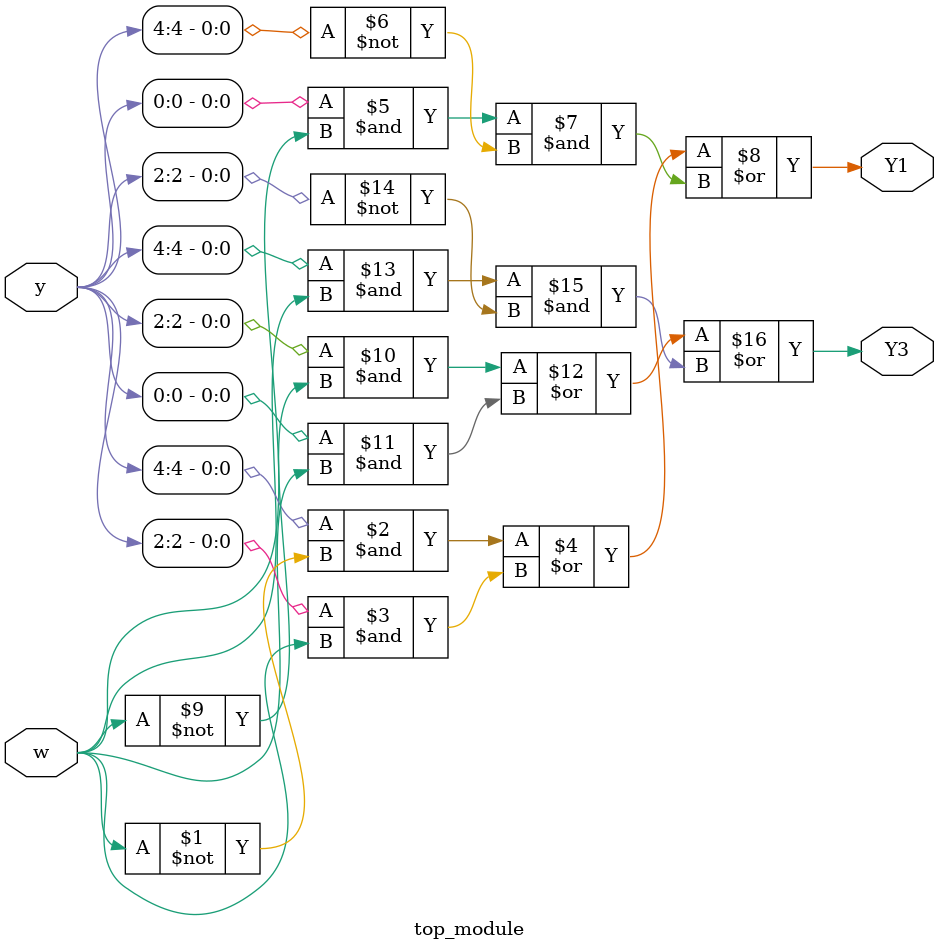
<source format=sv>
module top_module (
    input [5:0] y,
    input w,
    output Y1,
    output Y3
);

    // flip-flop Y1
    assign Y1 = (y[4] & ~w) | (y[2] & w) | (y[0] & w & ~y[4]);

    // flip-flop Y3
    assign Y3 = (y[2] & ~w) | (y[0] & w) | (y[4] & w & ~y[2]);

endmodule

</source>
